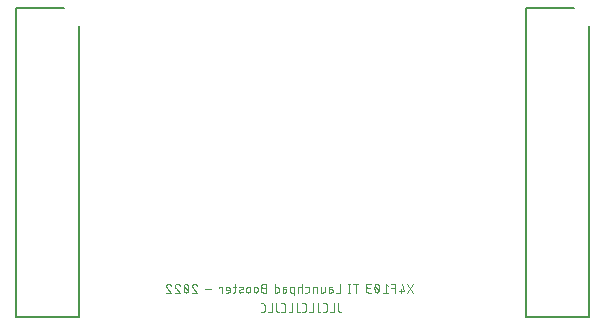
<source format=gbr>
G04 EAGLE Gerber RS-274X export*
G75*
%MOMM*%
%FSLAX34Y34*%
%LPD*%
%INSilkscreen Bottom*%
%IPPOS*%
%AMOC8*
5,1,8,0,0,1.08239X$1,22.5*%
G01*
%ADD10C,0.076200*%
%ADD11C,0.200000*%


D10*
X342519Y25781D02*
X337608Y33147D01*
X342519Y33147D02*
X337608Y25781D01*
X334795Y27418D02*
X333158Y33147D01*
X334795Y27418D02*
X330702Y27418D01*
X331930Y29055D02*
X331930Y25781D01*
X327220Y25781D02*
X327220Y33147D01*
X323946Y33147D01*
X323946Y29873D02*
X327220Y29873D01*
X321140Y31510D02*
X319093Y33147D01*
X319093Y25781D01*
X317047Y25781D02*
X321140Y25781D01*
X313824Y29464D02*
X313822Y29617D01*
X313816Y29770D01*
X313807Y29922D01*
X313793Y30075D01*
X313776Y30227D01*
X313755Y30378D01*
X313730Y30529D01*
X313701Y30679D01*
X313669Y30829D01*
X313632Y30977D01*
X313592Y31125D01*
X313549Y31272D01*
X313501Y31417D01*
X313450Y31561D01*
X313396Y31704D01*
X313337Y31846D01*
X313276Y31985D01*
X313210Y32124D01*
X313184Y32194D01*
X313154Y32263D01*
X313122Y32331D01*
X313085Y32397D01*
X313046Y32461D01*
X313003Y32523D01*
X312958Y32582D01*
X312909Y32640D01*
X312858Y32694D01*
X312804Y32747D01*
X312747Y32796D01*
X312688Y32843D01*
X312627Y32886D01*
X312564Y32927D01*
X312499Y32964D01*
X312432Y32999D01*
X312363Y33029D01*
X312293Y33057D01*
X312222Y33080D01*
X312150Y33101D01*
X312077Y33117D01*
X312003Y33130D01*
X311928Y33140D01*
X311853Y33145D01*
X311778Y33147D01*
X311703Y33145D01*
X311628Y33140D01*
X311553Y33130D01*
X311479Y33117D01*
X311406Y33101D01*
X311334Y33080D01*
X311263Y33057D01*
X311193Y33029D01*
X311124Y32999D01*
X311057Y32964D01*
X310992Y32927D01*
X310929Y32886D01*
X310868Y32843D01*
X310809Y32796D01*
X310752Y32747D01*
X310698Y32694D01*
X310647Y32640D01*
X310599Y32582D01*
X310553Y32523D01*
X310510Y32461D01*
X310471Y32397D01*
X310435Y32331D01*
X310402Y32264D01*
X310372Y32194D01*
X310346Y32124D01*
X310281Y31986D01*
X310219Y31846D01*
X310161Y31704D01*
X310106Y31561D01*
X310055Y31417D01*
X310007Y31272D01*
X309964Y31125D01*
X309924Y30978D01*
X309887Y30829D01*
X309855Y30679D01*
X309826Y30529D01*
X309801Y30378D01*
X309780Y30227D01*
X309763Y30075D01*
X309749Y29922D01*
X309740Y29770D01*
X309734Y29617D01*
X309732Y29464D01*
X313825Y29464D02*
X313823Y29311D01*
X313817Y29158D01*
X313808Y29005D01*
X313794Y28853D01*
X313777Y28701D01*
X313756Y28550D01*
X313731Y28399D01*
X313702Y28248D01*
X313670Y28099D01*
X313633Y27950D01*
X313593Y27803D01*
X313550Y27656D01*
X313502Y27511D01*
X313451Y27366D01*
X313396Y27224D01*
X313338Y27082D01*
X313276Y26942D01*
X313211Y26804D01*
X313210Y26804D02*
X313184Y26734D01*
X313154Y26664D01*
X313122Y26597D01*
X313085Y26531D01*
X313046Y26467D01*
X313003Y26405D01*
X312957Y26346D01*
X312909Y26288D01*
X312858Y26234D01*
X312804Y26181D01*
X312747Y26132D01*
X312688Y26085D01*
X312627Y26042D01*
X312564Y26001D01*
X312499Y25964D01*
X312432Y25929D01*
X312363Y25899D01*
X312293Y25871D01*
X312222Y25848D01*
X312150Y25827D01*
X312077Y25811D01*
X312003Y25798D01*
X311928Y25788D01*
X311853Y25783D01*
X311778Y25781D01*
X310346Y26804D02*
X310281Y26942D01*
X310219Y27082D01*
X310161Y27224D01*
X310106Y27367D01*
X310055Y27511D01*
X310007Y27656D01*
X309964Y27803D01*
X309924Y27951D01*
X309887Y28099D01*
X309855Y28249D01*
X309826Y28399D01*
X309801Y28550D01*
X309780Y28701D01*
X309763Y28853D01*
X309749Y29006D01*
X309740Y29158D01*
X309734Y29311D01*
X309732Y29464D01*
X310346Y26804D02*
X310372Y26733D01*
X310402Y26664D01*
X310435Y26597D01*
X310471Y26531D01*
X310510Y26467D01*
X310553Y26405D01*
X310599Y26346D01*
X310647Y26288D01*
X310698Y26234D01*
X310752Y26181D01*
X310809Y26132D01*
X310868Y26085D01*
X310929Y26042D01*
X310992Y26001D01*
X311057Y25964D01*
X311124Y25929D01*
X311193Y25899D01*
X311263Y25871D01*
X311334Y25848D01*
X311406Y25827D01*
X311479Y25811D01*
X311553Y25798D01*
X311628Y25788D01*
X311703Y25783D01*
X311778Y25781D01*
X313415Y27418D02*
X310141Y31510D01*
X306509Y25781D02*
X304463Y25781D01*
X304374Y25783D01*
X304285Y25789D01*
X304196Y25799D01*
X304108Y25812D01*
X304020Y25829D01*
X303933Y25851D01*
X303848Y25876D01*
X303763Y25904D01*
X303680Y25937D01*
X303598Y25973D01*
X303518Y26012D01*
X303440Y26055D01*
X303364Y26101D01*
X303289Y26151D01*
X303217Y26204D01*
X303148Y26260D01*
X303081Y26319D01*
X303016Y26380D01*
X302955Y26445D01*
X302896Y26512D01*
X302840Y26581D01*
X302787Y26653D01*
X302737Y26728D01*
X302691Y26804D01*
X302648Y26882D01*
X302609Y26962D01*
X302573Y27044D01*
X302540Y27127D01*
X302512Y27212D01*
X302487Y27297D01*
X302465Y27384D01*
X302448Y27472D01*
X302435Y27560D01*
X302425Y27649D01*
X302419Y27738D01*
X302417Y27827D01*
X302419Y27916D01*
X302425Y28005D01*
X302435Y28094D01*
X302448Y28182D01*
X302465Y28270D01*
X302487Y28357D01*
X302512Y28442D01*
X302540Y28527D01*
X302573Y28610D01*
X302609Y28692D01*
X302648Y28772D01*
X302691Y28850D01*
X302737Y28926D01*
X302787Y29001D01*
X302840Y29073D01*
X302896Y29142D01*
X302955Y29209D01*
X303016Y29274D01*
X303081Y29335D01*
X303148Y29394D01*
X303217Y29450D01*
X303289Y29503D01*
X303364Y29553D01*
X303440Y29599D01*
X303518Y29642D01*
X303598Y29681D01*
X303680Y29717D01*
X303763Y29750D01*
X303848Y29778D01*
X303933Y29803D01*
X304020Y29825D01*
X304108Y29842D01*
X304196Y29855D01*
X304285Y29865D01*
X304374Y29871D01*
X304463Y29873D01*
X304054Y33147D02*
X306509Y33147D01*
X304054Y33147D02*
X303975Y33145D01*
X303896Y33139D01*
X303817Y33130D01*
X303739Y33117D01*
X303662Y33099D01*
X303586Y33079D01*
X303511Y33054D01*
X303437Y33026D01*
X303364Y32995D01*
X303293Y32959D01*
X303224Y32921D01*
X303157Y32879D01*
X303092Y32834D01*
X303029Y32786D01*
X302968Y32735D01*
X302911Y32681D01*
X302855Y32625D01*
X302803Y32566D01*
X302753Y32504D01*
X302707Y32440D01*
X302663Y32374D01*
X302623Y32306D01*
X302587Y32236D01*
X302553Y32164D01*
X302523Y32090D01*
X302497Y32016D01*
X302474Y31940D01*
X302456Y31863D01*
X302440Y31786D01*
X302429Y31707D01*
X302421Y31629D01*
X302417Y31550D01*
X302417Y31470D01*
X302421Y31391D01*
X302429Y31313D01*
X302440Y31234D01*
X302456Y31157D01*
X302474Y31080D01*
X302497Y31004D01*
X302523Y30930D01*
X302553Y30856D01*
X302587Y30784D01*
X302623Y30714D01*
X302663Y30646D01*
X302707Y30580D01*
X302753Y30516D01*
X302803Y30454D01*
X302855Y30395D01*
X302911Y30339D01*
X302968Y30285D01*
X303029Y30234D01*
X303092Y30186D01*
X303157Y30141D01*
X303224Y30099D01*
X303293Y30061D01*
X303364Y30025D01*
X303437Y29994D01*
X303511Y29966D01*
X303586Y29941D01*
X303662Y29921D01*
X303739Y29903D01*
X303817Y29890D01*
X303896Y29881D01*
X303975Y29875D01*
X304054Y29873D01*
X305691Y29873D01*
X293734Y33147D02*
X293734Y25781D01*
X295780Y33147D02*
X291688Y33147D01*
X288370Y33147D02*
X288370Y25781D01*
X289188Y25781D02*
X287551Y25781D01*
X287551Y33147D02*
X289188Y33147D01*
X280403Y33147D02*
X280403Y25781D01*
X277129Y25781D01*
X273009Y28646D02*
X271168Y28646D01*
X273009Y28645D02*
X273084Y28643D01*
X273159Y28637D01*
X273233Y28627D01*
X273307Y28614D01*
X273380Y28596D01*
X273452Y28575D01*
X273522Y28550D01*
X273591Y28521D01*
X273659Y28489D01*
X273725Y28453D01*
X273789Y28414D01*
X273851Y28372D01*
X273910Y28326D01*
X273967Y28277D01*
X274022Y28226D01*
X274073Y28171D01*
X274122Y28114D01*
X274168Y28055D01*
X274210Y27993D01*
X274249Y27929D01*
X274285Y27863D01*
X274317Y27795D01*
X274346Y27726D01*
X274371Y27656D01*
X274392Y27584D01*
X274410Y27511D01*
X274423Y27437D01*
X274433Y27363D01*
X274439Y27288D01*
X274441Y27213D01*
X274439Y27138D01*
X274433Y27063D01*
X274423Y26989D01*
X274410Y26915D01*
X274392Y26842D01*
X274371Y26770D01*
X274346Y26700D01*
X274317Y26631D01*
X274285Y26563D01*
X274249Y26497D01*
X274210Y26433D01*
X274168Y26371D01*
X274122Y26312D01*
X274073Y26255D01*
X274022Y26200D01*
X273967Y26149D01*
X273910Y26100D01*
X273851Y26054D01*
X273789Y26012D01*
X273725Y25973D01*
X273659Y25937D01*
X273591Y25905D01*
X273522Y25876D01*
X273452Y25851D01*
X273380Y25830D01*
X273307Y25812D01*
X273233Y25799D01*
X273159Y25789D01*
X273084Y25783D01*
X273009Y25781D01*
X271168Y25781D01*
X271168Y29464D01*
X271170Y29533D01*
X271176Y29601D01*
X271185Y29670D01*
X271199Y29737D01*
X271216Y29804D01*
X271237Y29870D01*
X271261Y29934D01*
X271290Y29997D01*
X271321Y30058D01*
X271356Y30117D01*
X271394Y30175D01*
X271436Y30230D01*
X271480Y30282D01*
X271528Y30332D01*
X271578Y30380D01*
X271630Y30424D01*
X271685Y30466D01*
X271743Y30504D01*
X271802Y30539D01*
X271863Y30570D01*
X271926Y30599D01*
X271990Y30623D01*
X272056Y30644D01*
X272123Y30661D01*
X272190Y30675D01*
X272259Y30684D01*
X272327Y30690D01*
X272396Y30692D01*
X274032Y30692D01*
X267573Y30692D02*
X267573Y27009D01*
X267574Y27009D02*
X267572Y26940D01*
X267566Y26872D01*
X267557Y26803D01*
X267543Y26736D01*
X267526Y26669D01*
X267505Y26603D01*
X267481Y26539D01*
X267452Y26476D01*
X267421Y26415D01*
X267386Y26356D01*
X267348Y26298D01*
X267306Y26243D01*
X267262Y26191D01*
X267214Y26141D01*
X267164Y26093D01*
X267112Y26049D01*
X267057Y26008D01*
X266999Y25969D01*
X266940Y25934D01*
X266879Y25903D01*
X266816Y25874D01*
X266752Y25850D01*
X266686Y25829D01*
X266619Y25812D01*
X266552Y25798D01*
X266484Y25789D01*
X266415Y25783D01*
X266346Y25781D01*
X264299Y25781D01*
X264299Y30692D01*
X260746Y30692D02*
X260746Y25781D01*
X260746Y30692D02*
X258700Y30692D01*
X258631Y30690D01*
X258563Y30684D01*
X258494Y30675D01*
X258427Y30661D01*
X258360Y30644D01*
X258294Y30623D01*
X258230Y30599D01*
X258167Y30570D01*
X258106Y30539D01*
X258047Y30504D01*
X257989Y30466D01*
X257934Y30424D01*
X257882Y30380D01*
X257832Y30332D01*
X257784Y30282D01*
X257740Y30230D01*
X257699Y30175D01*
X257660Y30117D01*
X257625Y30058D01*
X257594Y29997D01*
X257565Y29934D01*
X257541Y29870D01*
X257520Y29804D01*
X257503Y29737D01*
X257489Y29670D01*
X257480Y29602D01*
X257474Y29533D01*
X257472Y29464D01*
X257472Y25781D01*
X252925Y25781D02*
X251288Y25781D01*
X252925Y25781D02*
X252994Y25783D01*
X253062Y25789D01*
X253131Y25798D01*
X253198Y25812D01*
X253265Y25829D01*
X253331Y25850D01*
X253395Y25874D01*
X253458Y25903D01*
X253519Y25934D01*
X253578Y25969D01*
X253636Y26007D01*
X253691Y26049D01*
X253743Y26093D01*
X253793Y26141D01*
X253841Y26191D01*
X253885Y26243D01*
X253927Y26298D01*
X253965Y26356D01*
X254000Y26415D01*
X254031Y26476D01*
X254060Y26539D01*
X254084Y26603D01*
X254105Y26669D01*
X254122Y26736D01*
X254136Y26803D01*
X254145Y26872D01*
X254151Y26940D01*
X254153Y27009D01*
X254153Y29464D01*
X254151Y29533D01*
X254145Y29601D01*
X254136Y29670D01*
X254122Y29737D01*
X254105Y29804D01*
X254084Y29870D01*
X254060Y29934D01*
X254031Y29997D01*
X254000Y30058D01*
X253965Y30117D01*
X253927Y30175D01*
X253885Y30230D01*
X253841Y30282D01*
X253793Y30332D01*
X253743Y30380D01*
X253691Y30424D01*
X253636Y30466D01*
X253578Y30504D01*
X253519Y30539D01*
X253458Y30570D01*
X253395Y30599D01*
X253331Y30623D01*
X253265Y30644D01*
X253198Y30661D01*
X253131Y30675D01*
X253062Y30684D01*
X252994Y30690D01*
X252925Y30692D01*
X251288Y30692D01*
X248310Y33147D02*
X248310Y25781D01*
X248310Y30692D02*
X246264Y30692D01*
X246195Y30690D01*
X246127Y30684D01*
X246058Y30675D01*
X245991Y30661D01*
X245924Y30644D01*
X245858Y30623D01*
X245794Y30599D01*
X245731Y30570D01*
X245670Y30539D01*
X245611Y30504D01*
X245553Y30466D01*
X245498Y30424D01*
X245446Y30380D01*
X245396Y30332D01*
X245348Y30282D01*
X245304Y30230D01*
X245263Y30175D01*
X245224Y30117D01*
X245189Y30058D01*
X245158Y29997D01*
X245129Y29934D01*
X245105Y29870D01*
X245084Y29804D01*
X245067Y29737D01*
X245053Y29670D01*
X245044Y29602D01*
X245038Y29533D01*
X245036Y29464D01*
X245036Y25781D01*
X241442Y23326D02*
X241442Y30692D01*
X239395Y30692D01*
X239326Y30690D01*
X239258Y30684D01*
X239189Y30675D01*
X239122Y30661D01*
X239055Y30644D01*
X238989Y30623D01*
X238925Y30599D01*
X238862Y30570D01*
X238801Y30539D01*
X238742Y30504D01*
X238684Y30466D01*
X238629Y30424D01*
X238577Y30380D01*
X238527Y30332D01*
X238479Y30282D01*
X238435Y30230D01*
X238394Y30175D01*
X238355Y30117D01*
X238320Y30058D01*
X238289Y29997D01*
X238260Y29934D01*
X238236Y29870D01*
X238215Y29804D01*
X238198Y29737D01*
X238184Y29670D01*
X238175Y29602D01*
X238169Y29533D01*
X238167Y29464D01*
X238168Y29464D02*
X238168Y27009D01*
X238167Y27009D02*
X238169Y26940D01*
X238175Y26872D01*
X238184Y26803D01*
X238198Y26736D01*
X238215Y26669D01*
X238236Y26603D01*
X238260Y26539D01*
X238289Y26476D01*
X238320Y26415D01*
X238355Y26356D01*
X238393Y26298D01*
X238435Y26243D01*
X238479Y26191D01*
X238527Y26141D01*
X238577Y26093D01*
X238629Y26049D01*
X238684Y26007D01*
X238742Y25969D01*
X238801Y25934D01*
X238862Y25903D01*
X238925Y25874D01*
X238989Y25850D01*
X239055Y25829D01*
X239122Y25812D01*
X239189Y25798D01*
X239258Y25789D01*
X239326Y25783D01*
X239395Y25781D01*
X241442Y25781D01*
X233751Y28646D02*
X231910Y28646D01*
X233751Y28645D02*
X233826Y28643D01*
X233901Y28637D01*
X233975Y28627D01*
X234049Y28614D01*
X234122Y28596D01*
X234194Y28575D01*
X234264Y28550D01*
X234333Y28521D01*
X234401Y28489D01*
X234467Y28453D01*
X234531Y28414D01*
X234593Y28372D01*
X234652Y28326D01*
X234709Y28277D01*
X234764Y28226D01*
X234815Y28171D01*
X234864Y28114D01*
X234910Y28055D01*
X234952Y27993D01*
X234991Y27929D01*
X235027Y27863D01*
X235059Y27795D01*
X235088Y27726D01*
X235113Y27656D01*
X235134Y27584D01*
X235152Y27511D01*
X235165Y27437D01*
X235175Y27363D01*
X235181Y27288D01*
X235183Y27213D01*
X235181Y27138D01*
X235175Y27063D01*
X235165Y26989D01*
X235152Y26915D01*
X235134Y26842D01*
X235113Y26770D01*
X235088Y26700D01*
X235059Y26631D01*
X235027Y26563D01*
X234991Y26497D01*
X234952Y26433D01*
X234910Y26371D01*
X234864Y26312D01*
X234815Y26255D01*
X234764Y26200D01*
X234709Y26149D01*
X234652Y26100D01*
X234593Y26054D01*
X234531Y26012D01*
X234467Y25973D01*
X234401Y25937D01*
X234333Y25905D01*
X234264Y25876D01*
X234194Y25851D01*
X234122Y25830D01*
X234049Y25812D01*
X233975Y25799D01*
X233901Y25789D01*
X233826Y25783D01*
X233751Y25781D01*
X231910Y25781D01*
X231910Y29464D01*
X231909Y29464D02*
X231911Y29533D01*
X231917Y29601D01*
X231926Y29670D01*
X231940Y29737D01*
X231957Y29804D01*
X231978Y29870D01*
X232002Y29934D01*
X232031Y29997D01*
X232062Y30058D01*
X232097Y30117D01*
X232135Y30175D01*
X232177Y30230D01*
X232221Y30282D01*
X232269Y30332D01*
X232319Y30380D01*
X232371Y30424D01*
X232426Y30466D01*
X232484Y30504D01*
X232543Y30539D01*
X232604Y30570D01*
X232667Y30599D01*
X232731Y30623D01*
X232797Y30644D01*
X232864Y30661D01*
X232931Y30675D01*
X233000Y30684D01*
X233068Y30690D01*
X233137Y30692D01*
X234774Y30692D01*
X225326Y33147D02*
X225326Y25781D01*
X227372Y25781D01*
X227441Y25783D01*
X227509Y25789D01*
X227578Y25798D01*
X227645Y25812D01*
X227712Y25829D01*
X227778Y25850D01*
X227842Y25874D01*
X227905Y25903D01*
X227966Y25934D01*
X228025Y25969D01*
X228083Y26007D01*
X228138Y26049D01*
X228190Y26093D01*
X228240Y26141D01*
X228288Y26191D01*
X228332Y26243D01*
X228374Y26298D01*
X228412Y26356D01*
X228447Y26415D01*
X228478Y26476D01*
X228507Y26539D01*
X228531Y26603D01*
X228552Y26669D01*
X228569Y26736D01*
X228583Y26803D01*
X228592Y26872D01*
X228598Y26940D01*
X228600Y27009D01*
X228600Y29464D01*
X228598Y29533D01*
X228592Y29601D01*
X228583Y29670D01*
X228569Y29737D01*
X228552Y29804D01*
X228531Y29870D01*
X228507Y29934D01*
X228478Y29997D01*
X228447Y30058D01*
X228412Y30117D01*
X228374Y30175D01*
X228332Y30230D01*
X228288Y30282D01*
X228240Y30332D01*
X228190Y30380D01*
X228138Y30424D01*
X228083Y30466D01*
X228025Y30504D01*
X227966Y30539D01*
X227905Y30570D01*
X227842Y30599D01*
X227778Y30623D01*
X227712Y30644D01*
X227645Y30661D01*
X227578Y30675D01*
X227509Y30684D01*
X227441Y30690D01*
X227372Y30692D01*
X225326Y30692D01*
X217634Y29873D02*
X215588Y29873D01*
X215499Y29871D01*
X215410Y29865D01*
X215321Y29855D01*
X215233Y29842D01*
X215145Y29825D01*
X215058Y29803D01*
X214973Y29778D01*
X214888Y29750D01*
X214805Y29717D01*
X214723Y29681D01*
X214643Y29642D01*
X214565Y29599D01*
X214489Y29553D01*
X214414Y29503D01*
X214342Y29450D01*
X214273Y29394D01*
X214206Y29335D01*
X214141Y29274D01*
X214080Y29209D01*
X214021Y29142D01*
X213965Y29073D01*
X213912Y29001D01*
X213862Y28926D01*
X213816Y28850D01*
X213773Y28772D01*
X213734Y28692D01*
X213698Y28610D01*
X213665Y28527D01*
X213637Y28442D01*
X213612Y28357D01*
X213590Y28270D01*
X213573Y28182D01*
X213560Y28094D01*
X213550Y28005D01*
X213544Y27916D01*
X213542Y27827D01*
X213544Y27738D01*
X213550Y27649D01*
X213560Y27560D01*
X213573Y27472D01*
X213590Y27384D01*
X213612Y27297D01*
X213637Y27212D01*
X213665Y27127D01*
X213698Y27044D01*
X213734Y26962D01*
X213773Y26882D01*
X213816Y26804D01*
X213862Y26728D01*
X213912Y26653D01*
X213965Y26581D01*
X214021Y26512D01*
X214080Y26445D01*
X214141Y26380D01*
X214206Y26319D01*
X214273Y26260D01*
X214342Y26204D01*
X214414Y26151D01*
X214489Y26101D01*
X214565Y26055D01*
X214643Y26012D01*
X214723Y25973D01*
X214805Y25937D01*
X214888Y25904D01*
X214973Y25876D01*
X215058Y25851D01*
X215145Y25829D01*
X215233Y25812D01*
X215321Y25799D01*
X215410Y25789D01*
X215499Y25783D01*
X215588Y25781D01*
X217634Y25781D01*
X217634Y33147D01*
X215588Y33147D01*
X215509Y33145D01*
X215430Y33139D01*
X215351Y33130D01*
X215273Y33117D01*
X215196Y33099D01*
X215120Y33079D01*
X215045Y33054D01*
X214971Y33026D01*
X214898Y32995D01*
X214827Y32959D01*
X214758Y32921D01*
X214691Y32879D01*
X214626Y32834D01*
X214563Y32786D01*
X214502Y32735D01*
X214445Y32681D01*
X214389Y32625D01*
X214337Y32566D01*
X214287Y32504D01*
X214241Y32440D01*
X214197Y32374D01*
X214157Y32306D01*
X214121Y32236D01*
X214087Y32164D01*
X214057Y32090D01*
X214031Y32016D01*
X214008Y31940D01*
X213990Y31863D01*
X213974Y31786D01*
X213963Y31707D01*
X213955Y31629D01*
X213951Y31550D01*
X213951Y31470D01*
X213955Y31391D01*
X213963Y31313D01*
X213974Y31234D01*
X213990Y31157D01*
X214008Y31080D01*
X214031Y31004D01*
X214057Y30930D01*
X214087Y30856D01*
X214121Y30784D01*
X214157Y30714D01*
X214197Y30646D01*
X214241Y30580D01*
X214287Y30516D01*
X214337Y30454D01*
X214389Y30395D01*
X214445Y30339D01*
X214502Y30285D01*
X214563Y30234D01*
X214626Y30186D01*
X214691Y30141D01*
X214758Y30099D01*
X214827Y30061D01*
X214898Y30025D01*
X214971Y29994D01*
X215045Y29966D01*
X215120Y29941D01*
X215196Y29921D01*
X215273Y29903D01*
X215351Y29890D01*
X215430Y29881D01*
X215509Y29875D01*
X215588Y29873D01*
X210759Y29055D02*
X210759Y27418D01*
X210759Y29055D02*
X210757Y29134D01*
X210751Y29213D01*
X210742Y29292D01*
X210729Y29370D01*
X210711Y29447D01*
X210691Y29523D01*
X210666Y29598D01*
X210638Y29672D01*
X210607Y29745D01*
X210571Y29816D01*
X210533Y29885D01*
X210491Y29952D01*
X210446Y30017D01*
X210398Y30080D01*
X210347Y30141D01*
X210293Y30198D01*
X210237Y30254D01*
X210178Y30306D01*
X210116Y30356D01*
X210052Y30402D01*
X209986Y30446D01*
X209918Y30486D01*
X209848Y30522D01*
X209776Y30556D01*
X209702Y30586D01*
X209628Y30612D01*
X209552Y30635D01*
X209475Y30653D01*
X209398Y30669D01*
X209319Y30680D01*
X209241Y30688D01*
X209162Y30692D01*
X209082Y30692D01*
X209003Y30688D01*
X208925Y30680D01*
X208846Y30669D01*
X208769Y30653D01*
X208692Y30635D01*
X208616Y30612D01*
X208542Y30586D01*
X208468Y30556D01*
X208396Y30522D01*
X208326Y30486D01*
X208258Y30446D01*
X208192Y30402D01*
X208128Y30356D01*
X208066Y30306D01*
X208007Y30254D01*
X207951Y30198D01*
X207897Y30141D01*
X207846Y30080D01*
X207798Y30017D01*
X207753Y29952D01*
X207711Y29885D01*
X207673Y29816D01*
X207637Y29745D01*
X207606Y29672D01*
X207578Y29598D01*
X207553Y29523D01*
X207533Y29447D01*
X207515Y29370D01*
X207502Y29292D01*
X207493Y29213D01*
X207487Y29134D01*
X207485Y29055D01*
X207485Y27418D01*
X207487Y27339D01*
X207493Y27260D01*
X207502Y27181D01*
X207515Y27103D01*
X207533Y27026D01*
X207553Y26950D01*
X207578Y26875D01*
X207606Y26801D01*
X207637Y26728D01*
X207673Y26657D01*
X207711Y26588D01*
X207753Y26521D01*
X207798Y26456D01*
X207846Y26393D01*
X207897Y26332D01*
X207951Y26275D01*
X208007Y26219D01*
X208066Y26167D01*
X208128Y26117D01*
X208192Y26071D01*
X208258Y26027D01*
X208326Y25987D01*
X208396Y25951D01*
X208468Y25917D01*
X208542Y25887D01*
X208616Y25861D01*
X208692Y25838D01*
X208769Y25820D01*
X208846Y25804D01*
X208925Y25793D01*
X209003Y25785D01*
X209082Y25781D01*
X209162Y25781D01*
X209241Y25785D01*
X209319Y25793D01*
X209398Y25804D01*
X209475Y25820D01*
X209552Y25838D01*
X209628Y25861D01*
X209702Y25887D01*
X209776Y25917D01*
X209848Y25951D01*
X209918Y25987D01*
X209986Y26027D01*
X210052Y26071D01*
X210116Y26117D01*
X210178Y26167D01*
X210237Y26219D01*
X210293Y26275D01*
X210347Y26332D01*
X210398Y26393D01*
X210446Y26456D01*
X210491Y26521D01*
X210533Y26588D01*
X210571Y26657D01*
X210607Y26728D01*
X210638Y26801D01*
X210666Y26875D01*
X210691Y26950D01*
X210711Y27026D01*
X210729Y27103D01*
X210742Y27181D01*
X210751Y27260D01*
X210757Y27339D01*
X210759Y27418D01*
X204419Y27418D02*
X204419Y29055D01*
X204417Y29134D01*
X204411Y29213D01*
X204402Y29292D01*
X204389Y29370D01*
X204371Y29447D01*
X204351Y29523D01*
X204326Y29598D01*
X204298Y29672D01*
X204267Y29745D01*
X204231Y29816D01*
X204193Y29885D01*
X204151Y29952D01*
X204106Y30017D01*
X204058Y30080D01*
X204007Y30141D01*
X203953Y30198D01*
X203897Y30254D01*
X203838Y30306D01*
X203776Y30356D01*
X203712Y30402D01*
X203646Y30446D01*
X203578Y30486D01*
X203508Y30522D01*
X203436Y30556D01*
X203362Y30586D01*
X203288Y30612D01*
X203212Y30635D01*
X203135Y30653D01*
X203058Y30669D01*
X202979Y30680D01*
X202901Y30688D01*
X202822Y30692D01*
X202742Y30692D01*
X202663Y30688D01*
X202585Y30680D01*
X202506Y30669D01*
X202429Y30653D01*
X202352Y30635D01*
X202276Y30612D01*
X202202Y30586D01*
X202128Y30556D01*
X202056Y30522D01*
X201986Y30486D01*
X201918Y30446D01*
X201852Y30402D01*
X201788Y30356D01*
X201726Y30306D01*
X201667Y30254D01*
X201611Y30198D01*
X201557Y30141D01*
X201506Y30080D01*
X201458Y30017D01*
X201413Y29952D01*
X201371Y29885D01*
X201333Y29816D01*
X201297Y29745D01*
X201266Y29672D01*
X201238Y29598D01*
X201213Y29523D01*
X201193Y29447D01*
X201175Y29370D01*
X201162Y29292D01*
X201153Y29213D01*
X201147Y29134D01*
X201145Y29055D01*
X201145Y27418D01*
X201147Y27339D01*
X201153Y27260D01*
X201162Y27181D01*
X201175Y27103D01*
X201193Y27026D01*
X201213Y26950D01*
X201238Y26875D01*
X201266Y26801D01*
X201297Y26728D01*
X201333Y26657D01*
X201371Y26588D01*
X201413Y26521D01*
X201458Y26456D01*
X201506Y26393D01*
X201557Y26332D01*
X201611Y26275D01*
X201667Y26219D01*
X201726Y26167D01*
X201788Y26117D01*
X201852Y26071D01*
X201918Y26027D01*
X201986Y25987D01*
X202056Y25951D01*
X202128Y25917D01*
X202202Y25887D01*
X202276Y25861D01*
X202352Y25838D01*
X202429Y25820D01*
X202506Y25804D01*
X202585Y25793D01*
X202663Y25785D01*
X202742Y25781D01*
X202822Y25781D01*
X202901Y25785D01*
X202979Y25793D01*
X203058Y25804D01*
X203135Y25820D01*
X203212Y25838D01*
X203288Y25861D01*
X203362Y25887D01*
X203436Y25917D01*
X203508Y25951D01*
X203578Y25987D01*
X203646Y26027D01*
X203712Y26071D01*
X203776Y26117D01*
X203838Y26167D01*
X203897Y26219D01*
X203953Y26275D01*
X204007Y26332D01*
X204058Y26393D01*
X204106Y26456D01*
X204151Y26521D01*
X204193Y26588D01*
X204231Y26657D01*
X204267Y26728D01*
X204298Y26801D01*
X204326Y26875D01*
X204351Y26950D01*
X204371Y27026D01*
X204389Y27103D01*
X204402Y27181D01*
X204411Y27260D01*
X204417Y27339D01*
X204419Y27418D01*
X197465Y28646D02*
X195419Y27827D01*
X197465Y28646D02*
X197524Y28671D01*
X197581Y28700D01*
X197636Y28733D01*
X197689Y28769D01*
X197740Y28807D01*
X197788Y28849D01*
X197834Y28894D01*
X197877Y28941D01*
X197917Y28991D01*
X197954Y29043D01*
X197988Y29098D01*
X198019Y29154D01*
X198046Y29212D01*
X198069Y29272D01*
X198089Y29332D01*
X198105Y29394D01*
X198118Y29457D01*
X198126Y29521D01*
X198131Y29584D01*
X198132Y29648D01*
X198129Y29712D01*
X198122Y29776D01*
X198111Y29839D01*
X198097Y29901D01*
X198079Y29963D01*
X198057Y30023D01*
X198032Y30082D01*
X198003Y30139D01*
X197970Y30194D01*
X197935Y30247D01*
X197896Y30298D01*
X197854Y30347D01*
X197810Y30393D01*
X197762Y30436D01*
X197713Y30476D01*
X197660Y30513D01*
X197606Y30547D01*
X197550Y30578D01*
X197492Y30605D01*
X197433Y30629D01*
X197372Y30648D01*
X197310Y30665D01*
X197247Y30677D01*
X197184Y30686D01*
X197120Y30691D01*
X197056Y30692D01*
X196920Y30688D01*
X196785Y30680D01*
X196649Y30668D01*
X196515Y30652D01*
X196380Y30632D01*
X196247Y30609D01*
X196114Y30581D01*
X195982Y30550D01*
X195851Y30515D01*
X195721Y30476D01*
X195592Y30433D01*
X195465Y30386D01*
X195339Y30336D01*
X195214Y30282D01*
X195419Y27827D02*
X195360Y27802D01*
X195303Y27773D01*
X195248Y27740D01*
X195195Y27704D01*
X195144Y27666D01*
X195096Y27624D01*
X195050Y27579D01*
X195007Y27532D01*
X194967Y27482D01*
X194930Y27430D01*
X194896Y27375D01*
X194865Y27319D01*
X194838Y27261D01*
X194815Y27201D01*
X194795Y27141D01*
X194779Y27079D01*
X194766Y27016D01*
X194758Y26952D01*
X194753Y26889D01*
X194752Y26825D01*
X194755Y26761D01*
X194762Y26697D01*
X194773Y26634D01*
X194787Y26572D01*
X194805Y26510D01*
X194827Y26450D01*
X194852Y26391D01*
X194881Y26334D01*
X194914Y26279D01*
X194949Y26226D01*
X194988Y26175D01*
X195030Y26126D01*
X195074Y26080D01*
X195122Y26037D01*
X195171Y25997D01*
X195224Y25960D01*
X195278Y25926D01*
X195334Y25895D01*
X195392Y25868D01*
X195451Y25844D01*
X195512Y25825D01*
X195574Y25808D01*
X195637Y25796D01*
X195700Y25787D01*
X195764Y25782D01*
X195828Y25781D01*
X195992Y25785D01*
X196156Y25793D01*
X196320Y25805D01*
X196483Y25821D01*
X196646Y25841D01*
X196809Y25864D01*
X196970Y25892D01*
X197132Y25923D01*
X197292Y25958D01*
X197451Y25997D01*
X197610Y26040D01*
X197767Y26086D01*
X197924Y26136D01*
X198079Y26190D01*
X192370Y30692D02*
X189914Y30692D01*
X191551Y33147D02*
X191551Y27009D01*
X191549Y26940D01*
X191543Y26872D01*
X191534Y26803D01*
X191520Y26736D01*
X191503Y26669D01*
X191482Y26603D01*
X191458Y26539D01*
X191429Y26476D01*
X191398Y26415D01*
X191363Y26356D01*
X191325Y26298D01*
X191283Y26243D01*
X191239Y26191D01*
X191191Y26141D01*
X191141Y26093D01*
X191089Y26049D01*
X191034Y26008D01*
X190976Y25969D01*
X190917Y25934D01*
X190856Y25903D01*
X190793Y25874D01*
X190729Y25850D01*
X190663Y25829D01*
X190596Y25812D01*
X190529Y25798D01*
X190461Y25789D01*
X190392Y25783D01*
X190323Y25781D01*
X190324Y25781D02*
X189914Y25781D01*
X185879Y25781D02*
X183833Y25781D01*
X185879Y25781D02*
X185948Y25783D01*
X186016Y25789D01*
X186085Y25798D01*
X186152Y25812D01*
X186219Y25829D01*
X186285Y25850D01*
X186349Y25874D01*
X186412Y25903D01*
X186473Y25934D01*
X186532Y25969D01*
X186590Y26007D01*
X186645Y26049D01*
X186697Y26093D01*
X186747Y26141D01*
X186795Y26191D01*
X186839Y26243D01*
X186881Y26298D01*
X186919Y26356D01*
X186954Y26415D01*
X186985Y26476D01*
X187014Y26539D01*
X187038Y26603D01*
X187059Y26669D01*
X187076Y26736D01*
X187090Y26803D01*
X187099Y26872D01*
X187105Y26940D01*
X187107Y27009D01*
X187106Y27009D02*
X187106Y29055D01*
X187104Y29134D01*
X187098Y29213D01*
X187089Y29292D01*
X187076Y29370D01*
X187058Y29447D01*
X187038Y29523D01*
X187013Y29598D01*
X186985Y29672D01*
X186954Y29745D01*
X186918Y29816D01*
X186880Y29885D01*
X186838Y29952D01*
X186793Y30017D01*
X186745Y30080D01*
X186694Y30141D01*
X186640Y30198D01*
X186584Y30254D01*
X186525Y30306D01*
X186463Y30356D01*
X186399Y30402D01*
X186333Y30446D01*
X186265Y30486D01*
X186195Y30522D01*
X186123Y30556D01*
X186049Y30586D01*
X185975Y30612D01*
X185899Y30635D01*
X185822Y30653D01*
X185745Y30669D01*
X185666Y30680D01*
X185588Y30688D01*
X185509Y30692D01*
X185429Y30692D01*
X185350Y30688D01*
X185272Y30680D01*
X185193Y30669D01*
X185116Y30653D01*
X185039Y30635D01*
X184963Y30612D01*
X184889Y30586D01*
X184815Y30556D01*
X184743Y30522D01*
X184673Y30486D01*
X184605Y30446D01*
X184539Y30402D01*
X184475Y30356D01*
X184413Y30306D01*
X184354Y30254D01*
X184298Y30198D01*
X184244Y30141D01*
X184193Y30080D01*
X184145Y30017D01*
X184100Y29952D01*
X184058Y29885D01*
X184020Y29816D01*
X183984Y29745D01*
X183953Y29672D01*
X183925Y29598D01*
X183900Y29523D01*
X183880Y29447D01*
X183862Y29370D01*
X183849Y29292D01*
X183840Y29213D01*
X183834Y29134D01*
X183832Y29055D01*
X183833Y29055D02*
X183833Y28236D01*
X187106Y28236D01*
X180477Y25781D02*
X180477Y30692D01*
X178021Y30692D01*
X178021Y29873D01*
X171588Y28646D02*
X166677Y28646D01*
X157223Y33148D02*
X157138Y33146D01*
X157053Y33140D01*
X156969Y33130D01*
X156885Y33117D01*
X156801Y33099D01*
X156719Y33078D01*
X156638Y33053D01*
X156558Y33024D01*
X156479Y32991D01*
X156402Y32955D01*
X156327Y32915D01*
X156253Y32872D01*
X156182Y32826D01*
X156113Y32776D01*
X156046Y32723D01*
X155982Y32667D01*
X155921Y32608D01*
X155862Y32547D01*
X155806Y32483D01*
X155753Y32416D01*
X155703Y32347D01*
X155657Y32276D01*
X155614Y32202D01*
X155574Y32127D01*
X155538Y32050D01*
X155505Y31971D01*
X155476Y31891D01*
X155451Y31810D01*
X155430Y31728D01*
X155412Y31644D01*
X155399Y31560D01*
X155389Y31476D01*
X155383Y31391D01*
X155381Y31306D01*
X157223Y33147D02*
X157319Y33145D01*
X157415Y33139D01*
X157510Y33129D01*
X157605Y33116D01*
X157700Y33098D01*
X157793Y33077D01*
X157886Y33052D01*
X157977Y33023D01*
X158068Y32991D01*
X158157Y32955D01*
X158244Y32915D01*
X158330Y32872D01*
X158414Y32826D01*
X158496Y32776D01*
X158576Y32722D01*
X158653Y32666D01*
X158728Y32606D01*
X158801Y32544D01*
X158871Y32478D01*
X158939Y32410D01*
X159004Y32339D01*
X159065Y32266D01*
X159124Y32190D01*
X159180Y32111D01*
X159232Y32031D01*
X159281Y31948D01*
X159327Y31864D01*
X159369Y31778D01*
X159407Y31690D01*
X159442Y31601D01*
X159474Y31510D01*
X155996Y29874D02*
X155936Y29933D01*
X155879Y29995D01*
X155824Y30059D01*
X155773Y30126D01*
X155724Y30195D01*
X155678Y30265D01*
X155635Y30338D01*
X155595Y30412D01*
X155559Y30488D01*
X155526Y30566D01*
X155496Y30645D01*
X155469Y30725D01*
X155446Y30806D01*
X155427Y30888D01*
X155411Y30970D01*
X155398Y31054D01*
X155389Y31138D01*
X155384Y31222D01*
X155382Y31306D01*
X155996Y29873D02*
X159474Y25781D01*
X155382Y25781D01*
X152159Y29464D02*
X152157Y29617D01*
X152151Y29770D01*
X152142Y29922D01*
X152128Y30075D01*
X152111Y30227D01*
X152090Y30378D01*
X152065Y30529D01*
X152036Y30679D01*
X152004Y30829D01*
X151967Y30977D01*
X151927Y31125D01*
X151884Y31272D01*
X151836Y31417D01*
X151785Y31561D01*
X151731Y31704D01*
X151672Y31846D01*
X151611Y31985D01*
X151545Y32124D01*
X151519Y32194D01*
X151489Y32263D01*
X151457Y32331D01*
X151420Y32397D01*
X151381Y32461D01*
X151338Y32523D01*
X151293Y32582D01*
X151244Y32640D01*
X151193Y32694D01*
X151139Y32747D01*
X151082Y32796D01*
X151023Y32843D01*
X150962Y32886D01*
X150899Y32927D01*
X150834Y32964D01*
X150767Y32999D01*
X150698Y33029D01*
X150628Y33057D01*
X150557Y33080D01*
X150485Y33101D01*
X150412Y33117D01*
X150338Y33130D01*
X150263Y33140D01*
X150188Y33145D01*
X150113Y33147D01*
X150038Y33145D01*
X149963Y33140D01*
X149888Y33130D01*
X149814Y33117D01*
X149741Y33101D01*
X149669Y33080D01*
X149598Y33057D01*
X149528Y33029D01*
X149459Y32999D01*
X149392Y32964D01*
X149327Y32927D01*
X149264Y32886D01*
X149203Y32843D01*
X149144Y32796D01*
X149087Y32747D01*
X149033Y32694D01*
X148982Y32640D01*
X148934Y32582D01*
X148888Y32523D01*
X148845Y32461D01*
X148806Y32397D01*
X148770Y32331D01*
X148737Y32264D01*
X148707Y32194D01*
X148681Y32124D01*
X148616Y31986D01*
X148554Y31846D01*
X148496Y31704D01*
X148441Y31561D01*
X148390Y31417D01*
X148342Y31272D01*
X148299Y31125D01*
X148259Y30978D01*
X148222Y30829D01*
X148190Y30679D01*
X148161Y30529D01*
X148136Y30378D01*
X148115Y30227D01*
X148098Y30075D01*
X148084Y29922D01*
X148075Y29770D01*
X148069Y29617D01*
X148067Y29464D01*
X152159Y29464D02*
X152157Y29311D01*
X152151Y29158D01*
X152142Y29005D01*
X152128Y28853D01*
X152111Y28701D01*
X152090Y28550D01*
X152065Y28399D01*
X152036Y28248D01*
X152004Y28099D01*
X151967Y27950D01*
X151927Y27803D01*
X151884Y27656D01*
X151836Y27511D01*
X151785Y27366D01*
X151730Y27224D01*
X151672Y27082D01*
X151610Y26942D01*
X151545Y26804D01*
X151519Y26734D01*
X151489Y26664D01*
X151457Y26597D01*
X151420Y26531D01*
X151381Y26467D01*
X151338Y26405D01*
X151292Y26346D01*
X151244Y26288D01*
X151193Y26234D01*
X151139Y26181D01*
X151082Y26132D01*
X151023Y26085D01*
X150962Y26042D01*
X150899Y26001D01*
X150834Y25964D01*
X150767Y25929D01*
X150698Y25899D01*
X150628Y25871D01*
X150557Y25848D01*
X150485Y25827D01*
X150412Y25811D01*
X150338Y25798D01*
X150263Y25788D01*
X150188Y25783D01*
X150113Y25781D01*
X148681Y26804D02*
X148616Y26942D01*
X148554Y27082D01*
X148496Y27224D01*
X148441Y27367D01*
X148390Y27511D01*
X148342Y27656D01*
X148299Y27803D01*
X148259Y27951D01*
X148222Y28099D01*
X148190Y28249D01*
X148161Y28399D01*
X148136Y28550D01*
X148115Y28701D01*
X148098Y28853D01*
X148084Y29006D01*
X148075Y29158D01*
X148069Y29311D01*
X148067Y29464D01*
X148681Y26804D02*
X148707Y26733D01*
X148737Y26664D01*
X148770Y26597D01*
X148806Y26531D01*
X148845Y26467D01*
X148888Y26405D01*
X148934Y26346D01*
X148982Y26288D01*
X149033Y26234D01*
X149087Y26181D01*
X149144Y26132D01*
X149203Y26085D01*
X149264Y26042D01*
X149327Y26001D01*
X149392Y25964D01*
X149459Y25929D01*
X149528Y25899D01*
X149598Y25871D01*
X149669Y25848D01*
X149741Y25827D01*
X149814Y25811D01*
X149888Y25798D01*
X149963Y25788D01*
X150038Y25783D01*
X150113Y25781D01*
X151750Y27418D02*
X148476Y31510D01*
X142593Y33148D02*
X142508Y33146D01*
X142423Y33140D01*
X142339Y33130D01*
X142255Y33117D01*
X142171Y33099D01*
X142089Y33078D01*
X142008Y33053D01*
X141928Y33024D01*
X141849Y32991D01*
X141772Y32955D01*
X141697Y32915D01*
X141623Y32872D01*
X141552Y32826D01*
X141483Y32776D01*
X141416Y32723D01*
X141352Y32667D01*
X141291Y32608D01*
X141232Y32547D01*
X141176Y32483D01*
X141123Y32416D01*
X141073Y32347D01*
X141027Y32276D01*
X140984Y32202D01*
X140944Y32127D01*
X140908Y32050D01*
X140875Y31971D01*
X140846Y31891D01*
X140821Y31810D01*
X140800Y31728D01*
X140782Y31644D01*
X140769Y31560D01*
X140759Y31476D01*
X140753Y31391D01*
X140751Y31306D01*
X142593Y33147D02*
X142689Y33145D01*
X142785Y33139D01*
X142880Y33129D01*
X142975Y33116D01*
X143070Y33098D01*
X143163Y33077D01*
X143256Y33052D01*
X143347Y33023D01*
X143438Y32991D01*
X143527Y32955D01*
X143614Y32915D01*
X143700Y32872D01*
X143784Y32826D01*
X143866Y32776D01*
X143946Y32722D01*
X144023Y32666D01*
X144098Y32606D01*
X144171Y32544D01*
X144241Y32478D01*
X144309Y32410D01*
X144374Y32339D01*
X144435Y32266D01*
X144494Y32190D01*
X144550Y32111D01*
X144602Y32031D01*
X144651Y31948D01*
X144697Y31864D01*
X144739Y31778D01*
X144777Y31690D01*
X144812Y31601D01*
X144844Y31510D01*
X141365Y29874D02*
X141305Y29933D01*
X141248Y29995D01*
X141193Y30059D01*
X141142Y30126D01*
X141093Y30195D01*
X141047Y30265D01*
X141004Y30338D01*
X140964Y30412D01*
X140928Y30488D01*
X140895Y30566D01*
X140865Y30645D01*
X140838Y30725D01*
X140815Y30806D01*
X140796Y30888D01*
X140780Y30970D01*
X140767Y31054D01*
X140758Y31138D01*
X140753Y31222D01*
X140751Y31306D01*
X141365Y29873D02*
X144844Y25781D01*
X140751Y25781D01*
X133436Y31306D02*
X133438Y31391D01*
X133444Y31476D01*
X133454Y31560D01*
X133467Y31644D01*
X133485Y31728D01*
X133506Y31810D01*
X133531Y31891D01*
X133560Y31971D01*
X133593Y32050D01*
X133629Y32127D01*
X133669Y32202D01*
X133712Y32276D01*
X133758Y32347D01*
X133808Y32416D01*
X133861Y32483D01*
X133917Y32547D01*
X133976Y32608D01*
X134037Y32667D01*
X134101Y32723D01*
X134168Y32776D01*
X134237Y32826D01*
X134308Y32872D01*
X134382Y32915D01*
X134457Y32955D01*
X134534Y32991D01*
X134613Y33024D01*
X134693Y33053D01*
X134774Y33078D01*
X134856Y33099D01*
X134940Y33117D01*
X135024Y33130D01*
X135108Y33140D01*
X135193Y33146D01*
X135278Y33148D01*
X135278Y33147D02*
X135374Y33145D01*
X135470Y33139D01*
X135565Y33129D01*
X135660Y33116D01*
X135755Y33098D01*
X135848Y33077D01*
X135941Y33052D01*
X136032Y33023D01*
X136123Y32991D01*
X136212Y32955D01*
X136299Y32915D01*
X136385Y32872D01*
X136469Y32826D01*
X136551Y32776D01*
X136631Y32722D01*
X136708Y32666D01*
X136783Y32606D01*
X136856Y32544D01*
X136926Y32478D01*
X136994Y32410D01*
X137059Y32339D01*
X137120Y32266D01*
X137179Y32190D01*
X137235Y32111D01*
X137287Y32031D01*
X137336Y31948D01*
X137382Y31864D01*
X137424Y31778D01*
X137462Y31690D01*
X137497Y31601D01*
X137529Y31510D01*
X134050Y29874D02*
X133990Y29933D01*
X133933Y29995D01*
X133878Y30059D01*
X133827Y30126D01*
X133778Y30195D01*
X133732Y30265D01*
X133689Y30338D01*
X133649Y30412D01*
X133613Y30488D01*
X133580Y30566D01*
X133550Y30645D01*
X133523Y30725D01*
X133500Y30806D01*
X133481Y30888D01*
X133465Y30970D01*
X133452Y31054D01*
X133443Y31138D01*
X133438Y31222D01*
X133436Y31306D01*
X134050Y29873D02*
X137528Y25781D01*
X133436Y25781D01*
X279104Y16637D02*
X279104Y10908D01*
X279106Y10830D01*
X279111Y10752D01*
X279121Y10675D01*
X279134Y10598D01*
X279150Y10522D01*
X279170Y10447D01*
X279194Y10373D01*
X279221Y10300D01*
X279252Y10228D01*
X279286Y10158D01*
X279323Y10090D01*
X279364Y10023D01*
X279408Y9958D01*
X279454Y9896D01*
X279504Y9836D01*
X279556Y9778D01*
X279611Y9723D01*
X279669Y9671D01*
X279729Y9621D01*
X279791Y9575D01*
X279856Y9531D01*
X279923Y9490D01*
X279991Y9453D01*
X280061Y9419D01*
X280133Y9388D01*
X280206Y9361D01*
X280280Y9337D01*
X280355Y9317D01*
X280431Y9301D01*
X280508Y9288D01*
X280585Y9278D01*
X280663Y9273D01*
X280741Y9271D01*
X281559Y9271D01*
X275410Y9271D02*
X275410Y16637D01*
X275410Y9271D02*
X272136Y9271D01*
X267716Y9271D02*
X266079Y9271D01*
X267716Y9271D02*
X267794Y9273D01*
X267872Y9278D01*
X267949Y9288D01*
X268026Y9301D01*
X268102Y9317D01*
X268177Y9337D01*
X268251Y9361D01*
X268324Y9388D01*
X268396Y9419D01*
X268466Y9453D01*
X268535Y9490D01*
X268601Y9531D01*
X268666Y9575D01*
X268728Y9621D01*
X268788Y9671D01*
X268846Y9723D01*
X268901Y9778D01*
X268953Y9836D01*
X269003Y9896D01*
X269049Y9958D01*
X269093Y10023D01*
X269134Y10090D01*
X269171Y10158D01*
X269205Y10228D01*
X269236Y10300D01*
X269263Y10373D01*
X269287Y10447D01*
X269307Y10522D01*
X269323Y10598D01*
X269336Y10675D01*
X269346Y10752D01*
X269351Y10830D01*
X269353Y10908D01*
X269352Y10908D02*
X269352Y15000D01*
X269353Y15000D02*
X269351Y15078D01*
X269346Y15156D01*
X269336Y15233D01*
X269323Y15310D01*
X269307Y15386D01*
X269287Y15461D01*
X269263Y15535D01*
X269236Y15608D01*
X269205Y15680D01*
X269171Y15750D01*
X269134Y15819D01*
X269093Y15885D01*
X269049Y15950D01*
X269003Y16012D01*
X268953Y16072D01*
X268901Y16130D01*
X268846Y16185D01*
X268788Y16237D01*
X268728Y16287D01*
X268666Y16333D01*
X268601Y16377D01*
X268535Y16418D01*
X268466Y16455D01*
X268396Y16489D01*
X268324Y16520D01*
X268251Y16547D01*
X268177Y16571D01*
X268102Y16591D01*
X268026Y16607D01*
X267949Y16620D01*
X267872Y16630D01*
X267794Y16635D01*
X267716Y16637D01*
X266079Y16637D01*
X261547Y16637D02*
X261547Y10908D01*
X261549Y10830D01*
X261554Y10752D01*
X261564Y10675D01*
X261577Y10598D01*
X261593Y10522D01*
X261613Y10447D01*
X261637Y10373D01*
X261664Y10300D01*
X261695Y10228D01*
X261729Y10158D01*
X261766Y10090D01*
X261807Y10023D01*
X261851Y9958D01*
X261897Y9896D01*
X261947Y9836D01*
X261999Y9778D01*
X262054Y9723D01*
X262112Y9671D01*
X262172Y9621D01*
X262234Y9575D01*
X262299Y9531D01*
X262366Y9490D01*
X262434Y9453D01*
X262504Y9419D01*
X262576Y9388D01*
X262649Y9361D01*
X262723Y9337D01*
X262798Y9317D01*
X262874Y9301D01*
X262951Y9288D01*
X263028Y9278D01*
X263106Y9273D01*
X263184Y9271D01*
X264003Y9271D01*
X257853Y9271D02*
X257853Y16637D01*
X257853Y9271D02*
X254580Y9271D01*
X250159Y9271D02*
X248522Y9271D01*
X250159Y9271D02*
X250237Y9273D01*
X250315Y9278D01*
X250392Y9288D01*
X250469Y9301D01*
X250545Y9317D01*
X250620Y9337D01*
X250694Y9361D01*
X250767Y9388D01*
X250839Y9419D01*
X250909Y9453D01*
X250978Y9490D01*
X251044Y9531D01*
X251109Y9575D01*
X251171Y9621D01*
X251231Y9671D01*
X251289Y9723D01*
X251344Y9778D01*
X251396Y9836D01*
X251446Y9896D01*
X251492Y9958D01*
X251536Y10023D01*
X251577Y10090D01*
X251614Y10158D01*
X251648Y10228D01*
X251679Y10300D01*
X251706Y10373D01*
X251730Y10447D01*
X251750Y10522D01*
X251766Y10598D01*
X251779Y10675D01*
X251789Y10752D01*
X251794Y10830D01*
X251796Y10908D01*
X251796Y15000D01*
X251794Y15078D01*
X251789Y15156D01*
X251779Y15233D01*
X251766Y15310D01*
X251750Y15386D01*
X251730Y15461D01*
X251706Y15535D01*
X251679Y15608D01*
X251648Y15680D01*
X251614Y15750D01*
X251577Y15819D01*
X251536Y15885D01*
X251492Y15950D01*
X251446Y16012D01*
X251396Y16072D01*
X251344Y16130D01*
X251289Y16185D01*
X251231Y16237D01*
X251171Y16287D01*
X251109Y16333D01*
X251044Y16377D01*
X250978Y16418D01*
X250909Y16455D01*
X250839Y16489D01*
X250767Y16520D01*
X250694Y16547D01*
X250620Y16571D01*
X250545Y16591D01*
X250469Y16607D01*
X250392Y16620D01*
X250315Y16630D01*
X250237Y16635D01*
X250159Y16637D01*
X248522Y16637D01*
X243991Y16637D02*
X243991Y10908D01*
X243993Y10830D01*
X243998Y10752D01*
X244008Y10675D01*
X244021Y10598D01*
X244037Y10522D01*
X244057Y10447D01*
X244081Y10373D01*
X244108Y10300D01*
X244139Y10228D01*
X244173Y10158D01*
X244210Y10090D01*
X244251Y10023D01*
X244295Y9958D01*
X244341Y9896D01*
X244391Y9836D01*
X244443Y9778D01*
X244498Y9723D01*
X244556Y9671D01*
X244616Y9621D01*
X244678Y9575D01*
X244743Y9531D01*
X244810Y9490D01*
X244878Y9453D01*
X244948Y9419D01*
X245020Y9388D01*
X245093Y9361D01*
X245167Y9337D01*
X245242Y9317D01*
X245318Y9301D01*
X245395Y9288D01*
X245472Y9278D01*
X245550Y9273D01*
X245628Y9271D01*
X246446Y9271D01*
X240297Y9271D02*
X240297Y16637D01*
X240297Y9271D02*
X237023Y9271D01*
X232603Y9271D02*
X230966Y9271D01*
X232603Y9271D02*
X232681Y9273D01*
X232759Y9278D01*
X232836Y9288D01*
X232913Y9301D01*
X232989Y9317D01*
X233064Y9337D01*
X233138Y9361D01*
X233211Y9388D01*
X233283Y9419D01*
X233353Y9453D01*
X233422Y9490D01*
X233488Y9531D01*
X233553Y9575D01*
X233615Y9621D01*
X233675Y9671D01*
X233733Y9723D01*
X233788Y9778D01*
X233840Y9836D01*
X233890Y9896D01*
X233936Y9958D01*
X233980Y10023D01*
X234021Y10090D01*
X234058Y10158D01*
X234092Y10228D01*
X234123Y10300D01*
X234150Y10373D01*
X234174Y10447D01*
X234194Y10522D01*
X234210Y10598D01*
X234223Y10675D01*
X234233Y10752D01*
X234238Y10830D01*
X234240Y10908D01*
X234240Y15000D01*
X234238Y15078D01*
X234233Y15156D01*
X234223Y15233D01*
X234210Y15310D01*
X234194Y15386D01*
X234174Y15461D01*
X234150Y15535D01*
X234123Y15608D01*
X234092Y15680D01*
X234058Y15750D01*
X234021Y15819D01*
X233980Y15885D01*
X233936Y15950D01*
X233890Y16012D01*
X233840Y16072D01*
X233788Y16130D01*
X233733Y16185D01*
X233675Y16237D01*
X233615Y16287D01*
X233553Y16333D01*
X233488Y16377D01*
X233422Y16418D01*
X233353Y16455D01*
X233283Y16489D01*
X233211Y16520D01*
X233138Y16547D01*
X233064Y16571D01*
X232989Y16591D01*
X232913Y16607D01*
X232836Y16620D01*
X232759Y16630D01*
X232681Y16635D01*
X232603Y16637D01*
X230966Y16637D01*
X226435Y16637D02*
X226435Y10908D01*
X226434Y10908D02*
X226436Y10830D01*
X226441Y10752D01*
X226451Y10675D01*
X226464Y10598D01*
X226480Y10522D01*
X226500Y10447D01*
X226524Y10373D01*
X226551Y10300D01*
X226582Y10228D01*
X226616Y10158D01*
X226653Y10090D01*
X226694Y10023D01*
X226738Y9958D01*
X226784Y9896D01*
X226834Y9836D01*
X226886Y9778D01*
X226941Y9723D01*
X226999Y9671D01*
X227059Y9621D01*
X227121Y9575D01*
X227186Y9531D01*
X227253Y9490D01*
X227321Y9453D01*
X227391Y9419D01*
X227463Y9388D01*
X227536Y9361D01*
X227610Y9337D01*
X227685Y9317D01*
X227761Y9301D01*
X227838Y9288D01*
X227915Y9278D01*
X227993Y9273D01*
X228071Y9271D01*
X228890Y9271D01*
X222741Y9271D02*
X222741Y16637D01*
X222741Y9271D02*
X219467Y9271D01*
X215046Y9271D02*
X213410Y9271D01*
X215046Y9271D02*
X215124Y9273D01*
X215202Y9278D01*
X215279Y9288D01*
X215356Y9301D01*
X215432Y9317D01*
X215507Y9337D01*
X215581Y9361D01*
X215654Y9388D01*
X215726Y9419D01*
X215796Y9453D01*
X215865Y9490D01*
X215931Y9531D01*
X215996Y9575D01*
X216058Y9621D01*
X216118Y9671D01*
X216176Y9723D01*
X216231Y9778D01*
X216283Y9836D01*
X216333Y9896D01*
X216379Y9958D01*
X216423Y10023D01*
X216464Y10090D01*
X216501Y10158D01*
X216535Y10228D01*
X216566Y10300D01*
X216593Y10373D01*
X216617Y10447D01*
X216637Y10522D01*
X216653Y10598D01*
X216666Y10675D01*
X216676Y10752D01*
X216681Y10830D01*
X216683Y10908D01*
X216683Y15000D01*
X216681Y15078D01*
X216676Y15156D01*
X216666Y15233D01*
X216653Y15310D01*
X216637Y15386D01*
X216617Y15461D01*
X216593Y15535D01*
X216566Y15608D01*
X216535Y15680D01*
X216501Y15750D01*
X216464Y15819D01*
X216423Y15885D01*
X216379Y15950D01*
X216333Y16012D01*
X216283Y16072D01*
X216231Y16130D01*
X216176Y16185D01*
X216118Y16237D01*
X216058Y16287D01*
X215996Y16333D01*
X215931Y16377D01*
X215865Y16418D01*
X215796Y16455D01*
X215726Y16489D01*
X215654Y16520D01*
X215581Y16547D01*
X215507Y16571D01*
X215432Y16591D01*
X215356Y16607D01*
X215279Y16620D01*
X215202Y16630D01*
X215124Y16635D01*
X215046Y16637D01*
X213410Y16637D01*
D11*
X59690Y5010D02*
X59690Y251460D01*
X59690Y5010D02*
X5890Y5010D01*
X5890Y266310D01*
X46990Y266310D01*
X491490Y251460D02*
X491490Y5010D01*
X437690Y5010D01*
X437690Y266310D01*
X478790Y266310D01*
M02*

</source>
